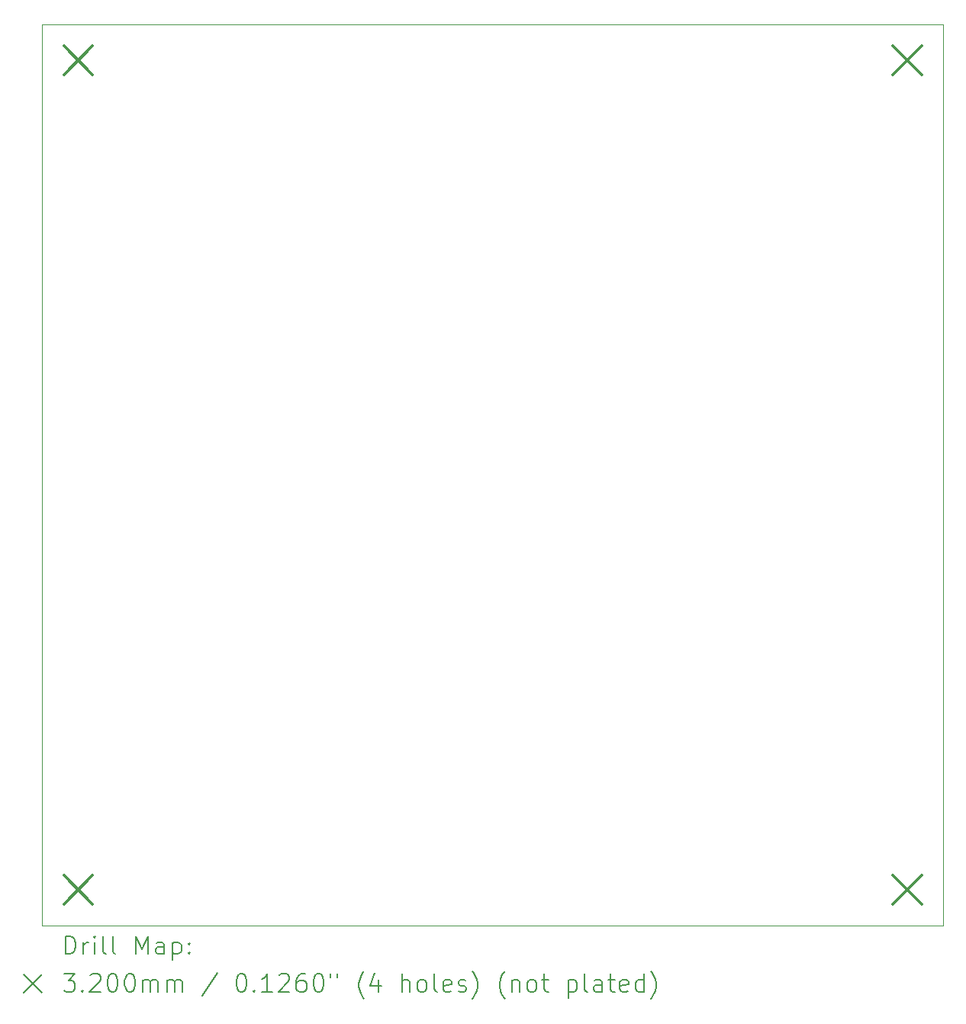
<source format=gbr>
%TF.GenerationSoftware,KiCad,Pcbnew,9.0.3*%
%TF.CreationDate,2025-08-23T16:04:25-07:00*%
%TF.ProjectId,analog-lockbox-v2,616e616c-6f67-42d6-9c6f-636b626f782d,rev?*%
%TF.SameCoordinates,Original*%
%TF.FileFunction,Drillmap*%
%TF.FilePolarity,Positive*%
%FSLAX45Y45*%
G04 Gerber Fmt 4.5, Leading zero omitted, Abs format (unit mm)*
G04 Created by KiCad (PCBNEW 9.0.3) date 2025-08-23 16:04:25*
%MOMM*%
%LPD*%
G01*
G04 APERTURE LIST*
%ADD10C,0.038100*%
%ADD11C,0.200000*%
%ADD12C,0.320000*%
G04 APERTURE END LIST*
D10*
X7060000Y-4430000D02*
X17060000Y-4430000D01*
X17060000Y-14430000D01*
X7060000Y-14430000D01*
X7060000Y-4430000D01*
D11*
D12*
X7300000Y-4670000D02*
X7620000Y-4990000D01*
X7620000Y-4670000D02*
X7300000Y-4990000D01*
X7300000Y-13870000D02*
X7620000Y-14190000D01*
X7620000Y-13870000D02*
X7300000Y-14190000D01*
X16500000Y-4670000D02*
X16820000Y-4990000D01*
X16820000Y-4670000D02*
X16500000Y-4990000D01*
X16500000Y-13870000D02*
X16820000Y-14190000D01*
X16820000Y-13870000D02*
X16500000Y-14190000D01*
D11*
X7318872Y-14743389D02*
X7318872Y-14543389D01*
X7318872Y-14543389D02*
X7366491Y-14543389D01*
X7366491Y-14543389D02*
X7395062Y-14552913D01*
X7395062Y-14552913D02*
X7414110Y-14571960D01*
X7414110Y-14571960D02*
X7423634Y-14591008D01*
X7423634Y-14591008D02*
X7433157Y-14629103D01*
X7433157Y-14629103D02*
X7433157Y-14657674D01*
X7433157Y-14657674D02*
X7423634Y-14695770D01*
X7423634Y-14695770D02*
X7414110Y-14714817D01*
X7414110Y-14714817D02*
X7395062Y-14733865D01*
X7395062Y-14733865D02*
X7366491Y-14743389D01*
X7366491Y-14743389D02*
X7318872Y-14743389D01*
X7518872Y-14743389D02*
X7518872Y-14610055D01*
X7518872Y-14648151D02*
X7528396Y-14629103D01*
X7528396Y-14629103D02*
X7537919Y-14619579D01*
X7537919Y-14619579D02*
X7556967Y-14610055D01*
X7556967Y-14610055D02*
X7576015Y-14610055D01*
X7642681Y-14743389D02*
X7642681Y-14610055D01*
X7642681Y-14543389D02*
X7633157Y-14552913D01*
X7633157Y-14552913D02*
X7642681Y-14562436D01*
X7642681Y-14562436D02*
X7652205Y-14552913D01*
X7652205Y-14552913D02*
X7642681Y-14543389D01*
X7642681Y-14543389D02*
X7642681Y-14562436D01*
X7766491Y-14743389D02*
X7747443Y-14733865D01*
X7747443Y-14733865D02*
X7737919Y-14714817D01*
X7737919Y-14714817D02*
X7737919Y-14543389D01*
X7871253Y-14743389D02*
X7852205Y-14733865D01*
X7852205Y-14733865D02*
X7842681Y-14714817D01*
X7842681Y-14714817D02*
X7842681Y-14543389D01*
X8099824Y-14743389D02*
X8099824Y-14543389D01*
X8099824Y-14543389D02*
X8166491Y-14686246D01*
X8166491Y-14686246D02*
X8233157Y-14543389D01*
X8233157Y-14543389D02*
X8233157Y-14743389D01*
X8414110Y-14743389D02*
X8414110Y-14638627D01*
X8414110Y-14638627D02*
X8404586Y-14619579D01*
X8404586Y-14619579D02*
X8385538Y-14610055D01*
X8385538Y-14610055D02*
X8347443Y-14610055D01*
X8347443Y-14610055D02*
X8328396Y-14619579D01*
X8414110Y-14733865D02*
X8395062Y-14743389D01*
X8395062Y-14743389D02*
X8347443Y-14743389D01*
X8347443Y-14743389D02*
X8328396Y-14733865D01*
X8328396Y-14733865D02*
X8318872Y-14714817D01*
X8318872Y-14714817D02*
X8318872Y-14695770D01*
X8318872Y-14695770D02*
X8328396Y-14676722D01*
X8328396Y-14676722D02*
X8347443Y-14667198D01*
X8347443Y-14667198D02*
X8395062Y-14667198D01*
X8395062Y-14667198D02*
X8414110Y-14657674D01*
X8509348Y-14610055D02*
X8509348Y-14810055D01*
X8509348Y-14619579D02*
X8528396Y-14610055D01*
X8528396Y-14610055D02*
X8566491Y-14610055D01*
X8566491Y-14610055D02*
X8585539Y-14619579D01*
X8585539Y-14619579D02*
X8595062Y-14629103D01*
X8595062Y-14629103D02*
X8604586Y-14648151D01*
X8604586Y-14648151D02*
X8604586Y-14705293D01*
X8604586Y-14705293D02*
X8595062Y-14724341D01*
X8595062Y-14724341D02*
X8585539Y-14733865D01*
X8585539Y-14733865D02*
X8566491Y-14743389D01*
X8566491Y-14743389D02*
X8528396Y-14743389D01*
X8528396Y-14743389D02*
X8509348Y-14733865D01*
X8690300Y-14724341D02*
X8699824Y-14733865D01*
X8699824Y-14733865D02*
X8690300Y-14743389D01*
X8690300Y-14743389D02*
X8680777Y-14733865D01*
X8680777Y-14733865D02*
X8690300Y-14724341D01*
X8690300Y-14724341D02*
X8690300Y-14743389D01*
X8690300Y-14619579D02*
X8699824Y-14629103D01*
X8699824Y-14629103D02*
X8690300Y-14638627D01*
X8690300Y-14638627D02*
X8680777Y-14629103D01*
X8680777Y-14629103D02*
X8690300Y-14619579D01*
X8690300Y-14619579D02*
X8690300Y-14638627D01*
X6858095Y-14971905D02*
X7058095Y-15171905D01*
X7058095Y-14971905D02*
X6858095Y-15171905D01*
X7299824Y-14963389D02*
X7423634Y-14963389D01*
X7423634Y-14963389D02*
X7356967Y-15039579D01*
X7356967Y-15039579D02*
X7385538Y-15039579D01*
X7385538Y-15039579D02*
X7404586Y-15049103D01*
X7404586Y-15049103D02*
X7414110Y-15058627D01*
X7414110Y-15058627D02*
X7423634Y-15077674D01*
X7423634Y-15077674D02*
X7423634Y-15125293D01*
X7423634Y-15125293D02*
X7414110Y-15144341D01*
X7414110Y-15144341D02*
X7404586Y-15153865D01*
X7404586Y-15153865D02*
X7385538Y-15163389D01*
X7385538Y-15163389D02*
X7328396Y-15163389D01*
X7328396Y-15163389D02*
X7309348Y-15153865D01*
X7309348Y-15153865D02*
X7299824Y-15144341D01*
X7509348Y-15144341D02*
X7518872Y-15153865D01*
X7518872Y-15153865D02*
X7509348Y-15163389D01*
X7509348Y-15163389D02*
X7499824Y-15153865D01*
X7499824Y-15153865D02*
X7509348Y-15144341D01*
X7509348Y-15144341D02*
X7509348Y-15163389D01*
X7595062Y-14982436D02*
X7604586Y-14972913D01*
X7604586Y-14972913D02*
X7623634Y-14963389D01*
X7623634Y-14963389D02*
X7671253Y-14963389D01*
X7671253Y-14963389D02*
X7690300Y-14972913D01*
X7690300Y-14972913D02*
X7699824Y-14982436D01*
X7699824Y-14982436D02*
X7709348Y-15001484D01*
X7709348Y-15001484D02*
X7709348Y-15020532D01*
X7709348Y-15020532D02*
X7699824Y-15049103D01*
X7699824Y-15049103D02*
X7585538Y-15163389D01*
X7585538Y-15163389D02*
X7709348Y-15163389D01*
X7833157Y-14963389D02*
X7852205Y-14963389D01*
X7852205Y-14963389D02*
X7871253Y-14972913D01*
X7871253Y-14972913D02*
X7880777Y-14982436D01*
X7880777Y-14982436D02*
X7890300Y-15001484D01*
X7890300Y-15001484D02*
X7899824Y-15039579D01*
X7899824Y-15039579D02*
X7899824Y-15087198D01*
X7899824Y-15087198D02*
X7890300Y-15125293D01*
X7890300Y-15125293D02*
X7880777Y-15144341D01*
X7880777Y-15144341D02*
X7871253Y-15153865D01*
X7871253Y-15153865D02*
X7852205Y-15163389D01*
X7852205Y-15163389D02*
X7833157Y-15163389D01*
X7833157Y-15163389D02*
X7814110Y-15153865D01*
X7814110Y-15153865D02*
X7804586Y-15144341D01*
X7804586Y-15144341D02*
X7795062Y-15125293D01*
X7795062Y-15125293D02*
X7785538Y-15087198D01*
X7785538Y-15087198D02*
X7785538Y-15039579D01*
X7785538Y-15039579D02*
X7795062Y-15001484D01*
X7795062Y-15001484D02*
X7804586Y-14982436D01*
X7804586Y-14982436D02*
X7814110Y-14972913D01*
X7814110Y-14972913D02*
X7833157Y-14963389D01*
X8023634Y-14963389D02*
X8042681Y-14963389D01*
X8042681Y-14963389D02*
X8061729Y-14972913D01*
X8061729Y-14972913D02*
X8071253Y-14982436D01*
X8071253Y-14982436D02*
X8080777Y-15001484D01*
X8080777Y-15001484D02*
X8090300Y-15039579D01*
X8090300Y-15039579D02*
X8090300Y-15087198D01*
X8090300Y-15087198D02*
X8080777Y-15125293D01*
X8080777Y-15125293D02*
X8071253Y-15144341D01*
X8071253Y-15144341D02*
X8061729Y-15153865D01*
X8061729Y-15153865D02*
X8042681Y-15163389D01*
X8042681Y-15163389D02*
X8023634Y-15163389D01*
X8023634Y-15163389D02*
X8004586Y-15153865D01*
X8004586Y-15153865D02*
X7995062Y-15144341D01*
X7995062Y-15144341D02*
X7985538Y-15125293D01*
X7985538Y-15125293D02*
X7976015Y-15087198D01*
X7976015Y-15087198D02*
X7976015Y-15039579D01*
X7976015Y-15039579D02*
X7985538Y-15001484D01*
X7985538Y-15001484D02*
X7995062Y-14982436D01*
X7995062Y-14982436D02*
X8004586Y-14972913D01*
X8004586Y-14972913D02*
X8023634Y-14963389D01*
X8176015Y-15163389D02*
X8176015Y-15030055D01*
X8176015Y-15049103D02*
X8185538Y-15039579D01*
X8185538Y-15039579D02*
X8204586Y-15030055D01*
X8204586Y-15030055D02*
X8233158Y-15030055D01*
X8233158Y-15030055D02*
X8252205Y-15039579D01*
X8252205Y-15039579D02*
X8261729Y-15058627D01*
X8261729Y-15058627D02*
X8261729Y-15163389D01*
X8261729Y-15058627D02*
X8271253Y-15039579D01*
X8271253Y-15039579D02*
X8290300Y-15030055D01*
X8290300Y-15030055D02*
X8318872Y-15030055D01*
X8318872Y-15030055D02*
X8337919Y-15039579D01*
X8337919Y-15039579D02*
X8347443Y-15058627D01*
X8347443Y-15058627D02*
X8347443Y-15163389D01*
X8442681Y-15163389D02*
X8442681Y-15030055D01*
X8442681Y-15049103D02*
X8452205Y-15039579D01*
X8452205Y-15039579D02*
X8471253Y-15030055D01*
X8471253Y-15030055D02*
X8499824Y-15030055D01*
X8499824Y-15030055D02*
X8518872Y-15039579D01*
X8518872Y-15039579D02*
X8528396Y-15058627D01*
X8528396Y-15058627D02*
X8528396Y-15163389D01*
X8528396Y-15058627D02*
X8537920Y-15039579D01*
X8537920Y-15039579D02*
X8556967Y-15030055D01*
X8556967Y-15030055D02*
X8585539Y-15030055D01*
X8585539Y-15030055D02*
X8604586Y-15039579D01*
X8604586Y-15039579D02*
X8614110Y-15058627D01*
X8614110Y-15058627D02*
X8614110Y-15163389D01*
X9004586Y-14953865D02*
X8833158Y-15211008D01*
X9261729Y-14963389D02*
X9280777Y-14963389D01*
X9280777Y-14963389D02*
X9299824Y-14972913D01*
X9299824Y-14972913D02*
X9309348Y-14982436D01*
X9309348Y-14982436D02*
X9318872Y-15001484D01*
X9318872Y-15001484D02*
X9328396Y-15039579D01*
X9328396Y-15039579D02*
X9328396Y-15087198D01*
X9328396Y-15087198D02*
X9318872Y-15125293D01*
X9318872Y-15125293D02*
X9309348Y-15144341D01*
X9309348Y-15144341D02*
X9299824Y-15153865D01*
X9299824Y-15153865D02*
X9280777Y-15163389D01*
X9280777Y-15163389D02*
X9261729Y-15163389D01*
X9261729Y-15163389D02*
X9242682Y-15153865D01*
X9242682Y-15153865D02*
X9233158Y-15144341D01*
X9233158Y-15144341D02*
X9223634Y-15125293D01*
X9223634Y-15125293D02*
X9214110Y-15087198D01*
X9214110Y-15087198D02*
X9214110Y-15039579D01*
X9214110Y-15039579D02*
X9223634Y-15001484D01*
X9223634Y-15001484D02*
X9233158Y-14982436D01*
X9233158Y-14982436D02*
X9242682Y-14972913D01*
X9242682Y-14972913D02*
X9261729Y-14963389D01*
X9414110Y-15144341D02*
X9423634Y-15153865D01*
X9423634Y-15153865D02*
X9414110Y-15163389D01*
X9414110Y-15163389D02*
X9404586Y-15153865D01*
X9404586Y-15153865D02*
X9414110Y-15144341D01*
X9414110Y-15144341D02*
X9414110Y-15163389D01*
X9614110Y-15163389D02*
X9499824Y-15163389D01*
X9556967Y-15163389D02*
X9556967Y-14963389D01*
X9556967Y-14963389D02*
X9537920Y-14991960D01*
X9537920Y-14991960D02*
X9518872Y-15011008D01*
X9518872Y-15011008D02*
X9499824Y-15020532D01*
X9690301Y-14982436D02*
X9699824Y-14972913D01*
X9699824Y-14972913D02*
X9718872Y-14963389D01*
X9718872Y-14963389D02*
X9766491Y-14963389D01*
X9766491Y-14963389D02*
X9785539Y-14972913D01*
X9785539Y-14972913D02*
X9795063Y-14982436D01*
X9795063Y-14982436D02*
X9804586Y-15001484D01*
X9804586Y-15001484D02*
X9804586Y-15020532D01*
X9804586Y-15020532D02*
X9795063Y-15049103D01*
X9795063Y-15049103D02*
X9680777Y-15163389D01*
X9680777Y-15163389D02*
X9804586Y-15163389D01*
X9976015Y-14963389D02*
X9937920Y-14963389D01*
X9937920Y-14963389D02*
X9918872Y-14972913D01*
X9918872Y-14972913D02*
X9909348Y-14982436D01*
X9909348Y-14982436D02*
X9890301Y-15011008D01*
X9890301Y-15011008D02*
X9880777Y-15049103D01*
X9880777Y-15049103D02*
X9880777Y-15125293D01*
X9880777Y-15125293D02*
X9890301Y-15144341D01*
X9890301Y-15144341D02*
X9899824Y-15153865D01*
X9899824Y-15153865D02*
X9918872Y-15163389D01*
X9918872Y-15163389D02*
X9956967Y-15163389D01*
X9956967Y-15163389D02*
X9976015Y-15153865D01*
X9976015Y-15153865D02*
X9985539Y-15144341D01*
X9985539Y-15144341D02*
X9995063Y-15125293D01*
X9995063Y-15125293D02*
X9995063Y-15077674D01*
X9995063Y-15077674D02*
X9985539Y-15058627D01*
X9985539Y-15058627D02*
X9976015Y-15049103D01*
X9976015Y-15049103D02*
X9956967Y-15039579D01*
X9956967Y-15039579D02*
X9918872Y-15039579D01*
X9918872Y-15039579D02*
X9899824Y-15049103D01*
X9899824Y-15049103D02*
X9890301Y-15058627D01*
X9890301Y-15058627D02*
X9880777Y-15077674D01*
X10118872Y-14963389D02*
X10137920Y-14963389D01*
X10137920Y-14963389D02*
X10156967Y-14972913D01*
X10156967Y-14972913D02*
X10166491Y-14982436D01*
X10166491Y-14982436D02*
X10176015Y-15001484D01*
X10176015Y-15001484D02*
X10185539Y-15039579D01*
X10185539Y-15039579D02*
X10185539Y-15087198D01*
X10185539Y-15087198D02*
X10176015Y-15125293D01*
X10176015Y-15125293D02*
X10166491Y-15144341D01*
X10166491Y-15144341D02*
X10156967Y-15153865D01*
X10156967Y-15153865D02*
X10137920Y-15163389D01*
X10137920Y-15163389D02*
X10118872Y-15163389D01*
X10118872Y-15163389D02*
X10099824Y-15153865D01*
X10099824Y-15153865D02*
X10090301Y-15144341D01*
X10090301Y-15144341D02*
X10080777Y-15125293D01*
X10080777Y-15125293D02*
X10071253Y-15087198D01*
X10071253Y-15087198D02*
X10071253Y-15039579D01*
X10071253Y-15039579D02*
X10080777Y-15001484D01*
X10080777Y-15001484D02*
X10090301Y-14982436D01*
X10090301Y-14982436D02*
X10099824Y-14972913D01*
X10099824Y-14972913D02*
X10118872Y-14963389D01*
X10261729Y-14963389D02*
X10261729Y-15001484D01*
X10337920Y-14963389D02*
X10337920Y-15001484D01*
X10633158Y-15239579D02*
X10623634Y-15230055D01*
X10623634Y-15230055D02*
X10604586Y-15201484D01*
X10604586Y-15201484D02*
X10595063Y-15182436D01*
X10595063Y-15182436D02*
X10585539Y-15153865D01*
X10585539Y-15153865D02*
X10576015Y-15106246D01*
X10576015Y-15106246D02*
X10576015Y-15068151D01*
X10576015Y-15068151D02*
X10585539Y-15020532D01*
X10585539Y-15020532D02*
X10595063Y-14991960D01*
X10595063Y-14991960D02*
X10604586Y-14972913D01*
X10604586Y-14972913D02*
X10623634Y-14944341D01*
X10623634Y-14944341D02*
X10633158Y-14934817D01*
X10795063Y-15030055D02*
X10795063Y-15163389D01*
X10747444Y-14953865D02*
X10699825Y-15096722D01*
X10699825Y-15096722D02*
X10823634Y-15096722D01*
X11052206Y-15163389D02*
X11052206Y-14963389D01*
X11137920Y-15163389D02*
X11137920Y-15058627D01*
X11137920Y-15058627D02*
X11128396Y-15039579D01*
X11128396Y-15039579D02*
X11109348Y-15030055D01*
X11109348Y-15030055D02*
X11080777Y-15030055D01*
X11080777Y-15030055D02*
X11061729Y-15039579D01*
X11061729Y-15039579D02*
X11052206Y-15049103D01*
X11261729Y-15163389D02*
X11242682Y-15153865D01*
X11242682Y-15153865D02*
X11233158Y-15144341D01*
X11233158Y-15144341D02*
X11223634Y-15125293D01*
X11223634Y-15125293D02*
X11223634Y-15068151D01*
X11223634Y-15068151D02*
X11233158Y-15049103D01*
X11233158Y-15049103D02*
X11242682Y-15039579D01*
X11242682Y-15039579D02*
X11261729Y-15030055D01*
X11261729Y-15030055D02*
X11290301Y-15030055D01*
X11290301Y-15030055D02*
X11309348Y-15039579D01*
X11309348Y-15039579D02*
X11318872Y-15049103D01*
X11318872Y-15049103D02*
X11328396Y-15068151D01*
X11328396Y-15068151D02*
X11328396Y-15125293D01*
X11328396Y-15125293D02*
X11318872Y-15144341D01*
X11318872Y-15144341D02*
X11309348Y-15153865D01*
X11309348Y-15153865D02*
X11290301Y-15163389D01*
X11290301Y-15163389D02*
X11261729Y-15163389D01*
X11442682Y-15163389D02*
X11423634Y-15153865D01*
X11423634Y-15153865D02*
X11414110Y-15134817D01*
X11414110Y-15134817D02*
X11414110Y-14963389D01*
X11595063Y-15153865D02*
X11576015Y-15163389D01*
X11576015Y-15163389D02*
X11537920Y-15163389D01*
X11537920Y-15163389D02*
X11518872Y-15153865D01*
X11518872Y-15153865D02*
X11509348Y-15134817D01*
X11509348Y-15134817D02*
X11509348Y-15058627D01*
X11509348Y-15058627D02*
X11518872Y-15039579D01*
X11518872Y-15039579D02*
X11537920Y-15030055D01*
X11537920Y-15030055D02*
X11576015Y-15030055D01*
X11576015Y-15030055D02*
X11595063Y-15039579D01*
X11595063Y-15039579D02*
X11604586Y-15058627D01*
X11604586Y-15058627D02*
X11604586Y-15077674D01*
X11604586Y-15077674D02*
X11509348Y-15096722D01*
X11680777Y-15153865D02*
X11699825Y-15163389D01*
X11699825Y-15163389D02*
X11737920Y-15163389D01*
X11737920Y-15163389D02*
X11756967Y-15153865D01*
X11756967Y-15153865D02*
X11766491Y-15134817D01*
X11766491Y-15134817D02*
X11766491Y-15125293D01*
X11766491Y-15125293D02*
X11756967Y-15106246D01*
X11756967Y-15106246D02*
X11737920Y-15096722D01*
X11737920Y-15096722D02*
X11709348Y-15096722D01*
X11709348Y-15096722D02*
X11690301Y-15087198D01*
X11690301Y-15087198D02*
X11680777Y-15068151D01*
X11680777Y-15068151D02*
X11680777Y-15058627D01*
X11680777Y-15058627D02*
X11690301Y-15039579D01*
X11690301Y-15039579D02*
X11709348Y-15030055D01*
X11709348Y-15030055D02*
X11737920Y-15030055D01*
X11737920Y-15030055D02*
X11756967Y-15039579D01*
X11833158Y-15239579D02*
X11842682Y-15230055D01*
X11842682Y-15230055D02*
X11861729Y-15201484D01*
X11861729Y-15201484D02*
X11871253Y-15182436D01*
X11871253Y-15182436D02*
X11880777Y-15153865D01*
X11880777Y-15153865D02*
X11890301Y-15106246D01*
X11890301Y-15106246D02*
X11890301Y-15068151D01*
X11890301Y-15068151D02*
X11880777Y-15020532D01*
X11880777Y-15020532D02*
X11871253Y-14991960D01*
X11871253Y-14991960D02*
X11861729Y-14972913D01*
X11861729Y-14972913D02*
X11842682Y-14944341D01*
X11842682Y-14944341D02*
X11833158Y-14934817D01*
X12195063Y-15239579D02*
X12185539Y-15230055D01*
X12185539Y-15230055D02*
X12166491Y-15201484D01*
X12166491Y-15201484D02*
X12156967Y-15182436D01*
X12156967Y-15182436D02*
X12147444Y-15153865D01*
X12147444Y-15153865D02*
X12137920Y-15106246D01*
X12137920Y-15106246D02*
X12137920Y-15068151D01*
X12137920Y-15068151D02*
X12147444Y-15020532D01*
X12147444Y-15020532D02*
X12156967Y-14991960D01*
X12156967Y-14991960D02*
X12166491Y-14972913D01*
X12166491Y-14972913D02*
X12185539Y-14944341D01*
X12185539Y-14944341D02*
X12195063Y-14934817D01*
X12271253Y-15030055D02*
X12271253Y-15163389D01*
X12271253Y-15049103D02*
X12280777Y-15039579D01*
X12280777Y-15039579D02*
X12299825Y-15030055D01*
X12299825Y-15030055D02*
X12328396Y-15030055D01*
X12328396Y-15030055D02*
X12347444Y-15039579D01*
X12347444Y-15039579D02*
X12356967Y-15058627D01*
X12356967Y-15058627D02*
X12356967Y-15163389D01*
X12480777Y-15163389D02*
X12461729Y-15153865D01*
X12461729Y-15153865D02*
X12452206Y-15144341D01*
X12452206Y-15144341D02*
X12442682Y-15125293D01*
X12442682Y-15125293D02*
X12442682Y-15068151D01*
X12442682Y-15068151D02*
X12452206Y-15049103D01*
X12452206Y-15049103D02*
X12461729Y-15039579D01*
X12461729Y-15039579D02*
X12480777Y-15030055D01*
X12480777Y-15030055D02*
X12509348Y-15030055D01*
X12509348Y-15030055D02*
X12528396Y-15039579D01*
X12528396Y-15039579D02*
X12537920Y-15049103D01*
X12537920Y-15049103D02*
X12547444Y-15068151D01*
X12547444Y-15068151D02*
X12547444Y-15125293D01*
X12547444Y-15125293D02*
X12537920Y-15144341D01*
X12537920Y-15144341D02*
X12528396Y-15153865D01*
X12528396Y-15153865D02*
X12509348Y-15163389D01*
X12509348Y-15163389D02*
X12480777Y-15163389D01*
X12604587Y-15030055D02*
X12680777Y-15030055D01*
X12633158Y-14963389D02*
X12633158Y-15134817D01*
X12633158Y-15134817D02*
X12642682Y-15153865D01*
X12642682Y-15153865D02*
X12661729Y-15163389D01*
X12661729Y-15163389D02*
X12680777Y-15163389D01*
X12899825Y-15030055D02*
X12899825Y-15230055D01*
X12899825Y-15039579D02*
X12918872Y-15030055D01*
X12918872Y-15030055D02*
X12956968Y-15030055D01*
X12956968Y-15030055D02*
X12976015Y-15039579D01*
X12976015Y-15039579D02*
X12985539Y-15049103D01*
X12985539Y-15049103D02*
X12995063Y-15068151D01*
X12995063Y-15068151D02*
X12995063Y-15125293D01*
X12995063Y-15125293D02*
X12985539Y-15144341D01*
X12985539Y-15144341D02*
X12976015Y-15153865D01*
X12976015Y-15153865D02*
X12956968Y-15163389D01*
X12956968Y-15163389D02*
X12918872Y-15163389D01*
X12918872Y-15163389D02*
X12899825Y-15153865D01*
X13109348Y-15163389D02*
X13090301Y-15153865D01*
X13090301Y-15153865D02*
X13080777Y-15134817D01*
X13080777Y-15134817D02*
X13080777Y-14963389D01*
X13271253Y-15163389D02*
X13271253Y-15058627D01*
X13271253Y-15058627D02*
X13261729Y-15039579D01*
X13261729Y-15039579D02*
X13242682Y-15030055D01*
X13242682Y-15030055D02*
X13204587Y-15030055D01*
X13204587Y-15030055D02*
X13185539Y-15039579D01*
X13271253Y-15153865D02*
X13252206Y-15163389D01*
X13252206Y-15163389D02*
X13204587Y-15163389D01*
X13204587Y-15163389D02*
X13185539Y-15153865D01*
X13185539Y-15153865D02*
X13176015Y-15134817D01*
X13176015Y-15134817D02*
X13176015Y-15115770D01*
X13176015Y-15115770D02*
X13185539Y-15096722D01*
X13185539Y-15096722D02*
X13204587Y-15087198D01*
X13204587Y-15087198D02*
X13252206Y-15087198D01*
X13252206Y-15087198D02*
X13271253Y-15077674D01*
X13337920Y-15030055D02*
X13414110Y-15030055D01*
X13366491Y-14963389D02*
X13366491Y-15134817D01*
X13366491Y-15134817D02*
X13376015Y-15153865D01*
X13376015Y-15153865D02*
X13395063Y-15163389D01*
X13395063Y-15163389D02*
X13414110Y-15163389D01*
X13556968Y-15153865D02*
X13537920Y-15163389D01*
X13537920Y-15163389D02*
X13499825Y-15163389D01*
X13499825Y-15163389D02*
X13480777Y-15153865D01*
X13480777Y-15153865D02*
X13471253Y-15134817D01*
X13471253Y-15134817D02*
X13471253Y-15058627D01*
X13471253Y-15058627D02*
X13480777Y-15039579D01*
X13480777Y-15039579D02*
X13499825Y-15030055D01*
X13499825Y-15030055D02*
X13537920Y-15030055D01*
X13537920Y-15030055D02*
X13556968Y-15039579D01*
X13556968Y-15039579D02*
X13566491Y-15058627D01*
X13566491Y-15058627D02*
X13566491Y-15077674D01*
X13566491Y-15077674D02*
X13471253Y-15096722D01*
X13737920Y-15163389D02*
X13737920Y-14963389D01*
X13737920Y-15153865D02*
X13718872Y-15163389D01*
X13718872Y-15163389D02*
X13680777Y-15163389D01*
X13680777Y-15163389D02*
X13661729Y-15153865D01*
X13661729Y-15153865D02*
X13652206Y-15144341D01*
X13652206Y-15144341D02*
X13642682Y-15125293D01*
X13642682Y-15125293D02*
X13642682Y-15068151D01*
X13642682Y-15068151D02*
X13652206Y-15049103D01*
X13652206Y-15049103D02*
X13661729Y-15039579D01*
X13661729Y-15039579D02*
X13680777Y-15030055D01*
X13680777Y-15030055D02*
X13718872Y-15030055D01*
X13718872Y-15030055D02*
X13737920Y-15039579D01*
X13814110Y-15239579D02*
X13823634Y-15230055D01*
X13823634Y-15230055D02*
X13842682Y-15201484D01*
X13842682Y-15201484D02*
X13852206Y-15182436D01*
X13852206Y-15182436D02*
X13861729Y-15153865D01*
X13861729Y-15153865D02*
X13871253Y-15106246D01*
X13871253Y-15106246D02*
X13871253Y-15068151D01*
X13871253Y-15068151D02*
X13861729Y-15020532D01*
X13861729Y-15020532D02*
X13852206Y-14991960D01*
X13852206Y-14991960D02*
X13842682Y-14972913D01*
X13842682Y-14972913D02*
X13823634Y-14944341D01*
X13823634Y-14944341D02*
X13814110Y-14934817D01*
M02*

</source>
